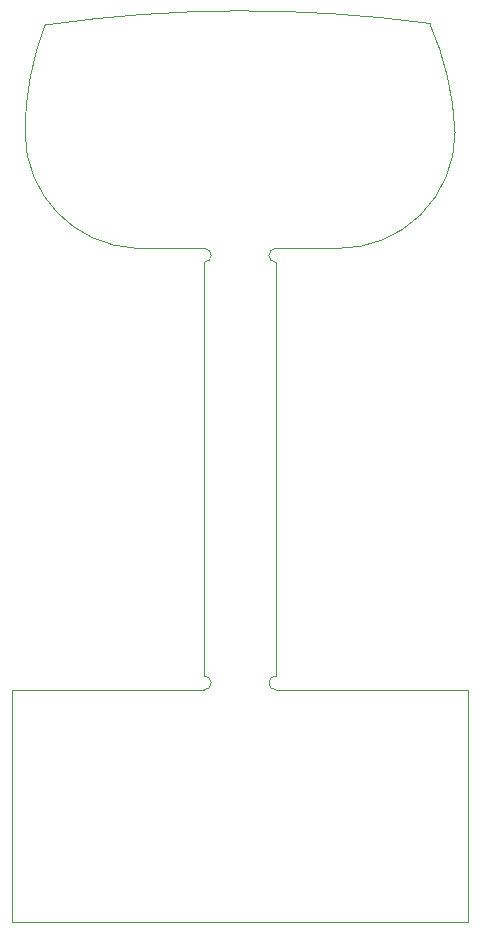
<source format=gko>
%FSTAX23Y23*%
%MOMM*%
%SFA1B1*%

%IPPOS*%
%ADD64C,0.100000*%
%LNpcb1-1*%
%LPD*%
G54D64*
X20468Y0912D02*
D01*
D01*
G75*
G03Y07925I0J-00597D01*
G74*G01*
X20467Y45316D02*
D01*
D01*
G75*
G03Y4412I0J-00597D01*
G74*G01*
X25674Y45316D02*
D01*
D01*
G75*
G03X35624Y55138I00127J09822D01*
G74*G01*
D01*
D01*
G75*
G03X3347Y6437I-25412J-01063D01*
G74*G01*
X33469Y64363D02*
D01*
D01*
G75*
G03X00917Y64229I-15795J-116909D01*
G74*G01*
D01*
D01*
G75*
G03X-00785Y55138I23733J-09149D01*
G74*G01*
D01*
D01*
G75*
G03X08645Y45323I09823J0D01*
G74*G01*
X14378Y44127D02*
D01*
D01*
G75*
G03Y45323I-0J00597D01*
G74*G01*
X14379Y07932D02*
D01*
D01*
G75*
G03Y09127I0J00597D01*
G74*G01*
X-01884Y-11712D02*
X36731D01*
Y07925*
X20468D02*
X36731D01*
X20467Y0912D02*
X20468D01*
X20467D02*
Y4412D01*
Y45316D02*
X25674D01*
X33469Y64363D02*
X3347Y6437D01*
X00917Y64229D02*
D01*
X-00785Y55138D02*
D01*
X08645Y45323D02*
X14378D01*
Y09127D02*
Y44127D01*
Y09127D02*
X14379D01*
X-01884Y07932D02*
X14379D01*
X-01884Y-11712D02*
Y07932D01*
M02*
</source>
